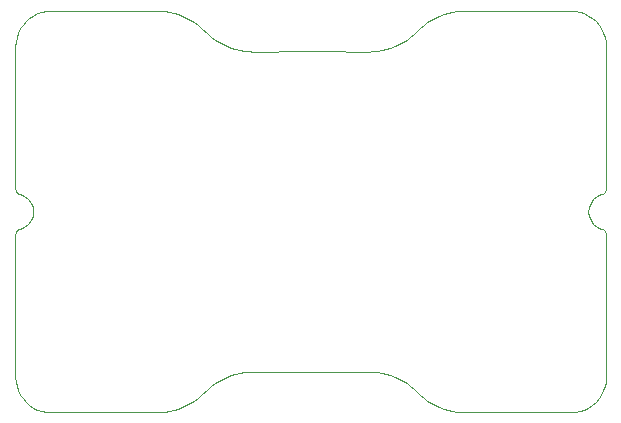
<source format=gm1>
%TF.GenerationSoftware,KiCad,Pcbnew,7.0.1*%
%TF.CreationDate,2024-01-24T12:52:34+01:00*%
%TF.ProjectId,PX-CORE,50582d43-4f52-4452-9e6b-696361645f70,rev?*%
%TF.SameCoordinates,PX675d18cPY8cbe71c*%
%TF.FileFunction,Profile,NP*%
%FSLAX46Y46*%
G04 Gerber Fmt 4.6, Leading zero omitted, Abs format (unit mm)*
G04 Created by KiCad (PCBNEW 7.0.1) date 2024-01-24 12:52:34*
%MOMM*%
%LPD*%
G01*
G04 APERTURE LIST*
%TA.AperFunction,Profile*%
%ADD10C,0.100000*%
%TD*%
G04 APERTURE END LIST*
D10*
X49934066Y15575600D02*
X49955345Y15522600D01*
X32218Y15575600D02*
X10939Y15522600D01*
X19343411Y30906800D02*
X19723885Y30868959D01*
X49104461Y1187751D02*
X49363202Y1482783D01*
X31737759Y31169395D02*
X31372192Y31057344D01*
X12242400Y34296436D02*
X11462365Y34312231D01*
X36594094Y510093D02*
X36966262Y422434D01*
X15706014Y32846120D02*
X15412091Y33090666D01*
X49750353Y18828386D02*
X49796037Y18862656D01*
X35187216Y33518944D02*
X35523551Y33700805D01*
X1043804Y18369730D02*
X733143Y18608109D01*
X16863626Y31850127D02*
X17187217Y31646446D01*
X17871164Y3312800D02*
X18228528Y3448747D01*
X1483141Y33907148D02*
X1835094Y34080710D01*
X13000022Y34195706D02*
X12622880Y34258594D01*
X40152365Y34312231D02*
X38802365Y34292231D01*
X18594093Y3560791D02*
X18966264Y3648450D01*
X46983144Y34309071D02*
X47374724Y34283406D01*
X13372191Y34108049D02*
X13000022Y34195706D01*
X17187215Y2971692D02*
X17523551Y3153550D01*
X32095126Y31305335D02*
X31737759Y31169395D01*
X49233146Y18608107D02*
X49594915Y18757956D01*
X48131191Y537430D02*
X48483143Y710994D01*
X10112365Y34312231D02*
X2983141Y34309070D01*
X265078Y15818845D02*
X215933Y15789756D01*
X32218Y19042543D02*
X10942Y19095541D01*
X861820Y33430390D02*
X1156857Y33689126D01*
X13372194Y510093D02*
X13000025Y422434D01*
X18228525Y31169390D02*
X18594094Y31057347D01*
X34863625Y33315269D02*
X35187216Y33518944D01*
X32779069Y2971691D02*
X32442737Y3153550D01*
X49874901Y15673100D02*
X49907145Y15625967D01*
X128567Y15716445D02*
X91383Y15673102D01*
X10939Y15522600D02*
X-4443Y15467603D01*
X49981586Y19235395D02*
X49983143Y31309068D01*
X385064Y32809071D02*
X603082Y33135355D01*
X-19820Y20557410D02*
X-16857Y31309070D01*
X12622880Y34258594D02*
X12242400Y34296436D01*
X37343405Y359547D02*
X37723883Y321701D01*
X-13745Y19206879D02*
X-16857Y19263910D01*
X34554194Y33090669D02*
X34863625Y33315269D01*
X385065Y1809069D02*
X603084Y1482788D01*
X1282183Y18059069D02*
X1043804Y18369730D01*
X17187217Y31646446D02*
X17523548Y31464588D01*
X16260276Y2298868D02*
X15706011Y1772018D01*
X48684105Y18059072D02*
X48922481Y18369733D01*
X1282180Y16559072D02*
X1432035Y16920843D01*
X49983139Y14309071D02*
X49983142Y15354232D01*
X32442737Y3153550D02*
X32095125Y3312802D01*
X-16861Y3309070D02*
X8807Y2917491D01*
X37723882Y34296436D02*
X38802365Y34292231D01*
X35871158Y33860052D02*
X36228528Y33996001D01*
X2983144Y309068D02*
X11860263Y309070D01*
X49754781Y32457117D02*
X49880920Y32085526D01*
X34863624Y1302865D02*
X35187211Y1099193D01*
X49907145Y15625967D02*
X49934066Y15575600D01*
X1835094Y34080710D02*
X2206684Y34206847D01*
X35871158Y758086D02*
X36228527Y622138D01*
X49594915Y15860182D02*
X49233139Y16010030D01*
X85366Y2532612D02*
X211504Y2161018D01*
X47759600Y34206848D02*
X48131192Y34080707D01*
X2591565Y334735D02*
X2983144Y309068D01*
X32442740Y31464591D02*
X32095126Y31305335D01*
X34260270Y32846121D02*
X34554194Y33090669D01*
X18228528Y3448747D02*
X18594093Y3560791D01*
X49594915Y15860182D02*
X49649189Y15842413D01*
X14779069Y33518946D02*
X14442738Y33700802D01*
X49957476Y2917490D02*
X49983142Y3309071D01*
X49701208Y15818847D02*
X49750349Y15789752D01*
X30242403Y30868954D02*
X29860260Y30856321D01*
X8807Y2917491D02*
X85366Y2532612D01*
X15412093Y1527473D02*
X15102661Y1302871D01*
X49874903Y18945042D02*
X49907143Y18992173D01*
X215933Y15789756D02*
X170250Y15755486D01*
X34260270Y32846121D02*
X33706013Y32319271D01*
X1483141Y710992D02*
X1835095Y537430D01*
X1835095Y537430D02*
X2206684Y411291D01*
X-4443Y15467603D02*
X-13743Y15411256D01*
X15102663Y33315268D02*
X14779069Y33518946D01*
X30242402Y3749181D02*
X29860258Y3761818D01*
X48922481Y18369733D02*
X49233146Y18608107D01*
X170250Y15755486D02*
X128567Y15716445D01*
X19343409Y3711344D02*
X19723885Y3749185D01*
X49980027Y15411256D02*
X49983142Y15354232D01*
X38106024Y309067D02*
X46983142Y309071D01*
X48534254Y17697299D02*
X48684105Y18059072D01*
X59139Y18992173D02*
X32218Y19042543D01*
X16863630Y2768014D02*
X17187215Y2971692D01*
X-16861Y3309070D02*
X-16857Y14309066D01*
X30622877Y3711341D02*
X30242402Y3749181D01*
X49955344Y19095538D02*
X49970727Y19150535D01*
X49233139Y16010030D02*
X48922485Y16248409D01*
X32779070Y31646447D02*
X32442740Y31464591D01*
X47374721Y334732D02*
X47759602Y411292D01*
X215931Y18828388D02*
X170250Y18862654D01*
X211504Y2161018D02*
X385065Y1809069D01*
X48922485Y16248409D02*
X48684104Y16559071D01*
X31737756Y3448745D02*
X31372191Y3560793D01*
X26080181Y30867414D02*
X29860260Y30856321D01*
X11462365Y34312231D02*
X10112365Y34312231D01*
X13000025Y422434D02*
X12622878Y359546D01*
X16554193Y32074726D02*
X16863626Y31850127D01*
X48483143Y710994D02*
X48809427Y929010D01*
X36966262Y422434D02*
X37343405Y359547D01*
X49363202Y1482783D02*
X49581217Y1809068D01*
X49837716Y15716445D02*
X49874901Y15673100D01*
X37723883Y321701D02*
X38106024Y309067D01*
X17523551Y3153550D02*
X17871164Y3312800D01*
X49363202Y33135356D02*
X49581219Y32809070D01*
X31000023Y30969684D02*
X30622876Y30906799D01*
X16260273Y32319272D02*
X15706014Y32846120D01*
X2591563Y34283405D02*
X2983141Y34309070D01*
X14442737Y917336D02*
X14095128Y758083D01*
X19723885Y30868959D02*
X20106028Y30856319D01*
X15102661Y1302871D02*
X14779073Y1099197D01*
X1432035Y16920843D02*
X1483144Y17309068D01*
X33412088Y32074725D02*
X33102659Y31850121D01*
X128570Y18901696D02*
X91385Y18945039D01*
X13737761Y622142D02*
X13372194Y510093D01*
X49594915Y18757956D02*
X49649191Y18775726D01*
X47374724Y34283406D02*
X47759600Y34206848D01*
X49907143Y18992173D02*
X49934066Y19042537D01*
X31372192Y31057344D02*
X31000023Y30969684D01*
X49649189Y15842413D02*
X49701208Y15818847D01*
X30622876Y30906799D02*
X30242403Y30868954D01*
X33102659Y31850121D02*
X32779070Y31646447D01*
X34260272Y1772020D02*
X34554195Y1527475D01*
X2206684Y34206847D02*
X2591563Y34283405D01*
X49754784Y2161019D02*
X49880920Y2532614D01*
X32095125Y3312802D02*
X31737756Y3448745D01*
X49581217Y1809068D02*
X49754784Y2161019D01*
X-13743Y15411256D02*
X-16859Y15354230D01*
X603084Y1482788D02*
X861824Y1187749D01*
X47759602Y411292D02*
X48131191Y537430D01*
X36594093Y34108048D02*
X36966260Y34195704D01*
X49970728Y15467600D02*
X49980027Y15411256D01*
X16260276Y2298868D02*
X16554195Y2543417D01*
X49970727Y19150535D02*
X49981586Y19235395D01*
X35187211Y1099193D02*
X35523548Y917334D01*
X34554195Y1527475D02*
X34863624Y1302865D01*
X48684104Y16559071D02*
X48534254Y16920841D01*
X-19820Y20557410D02*
X-16857Y19263910D01*
X-16857Y31309070D02*
X8808Y31700644D01*
X18594094Y31057347D02*
X18966262Y30969689D01*
X2206684Y411291D02*
X2591565Y334735D01*
X49701211Y18799294D02*
X49750353Y18828386D01*
X46983144Y34309071D02*
X40152365Y34312231D01*
X15706011Y1772018D02*
X15412093Y1527473D01*
X49983142Y3309071D02*
X49983139Y14309071D01*
X49104463Y33430387D02*
X49363202Y33135356D01*
X48483141Y17309069D02*
X48534254Y17697299D01*
X26080181Y30867414D02*
X24338406Y30873376D01*
X85367Y32085526D02*
X211507Y32457122D01*
X49750349Y15789752D02*
X49796036Y15755486D01*
X16260273Y32319272D02*
X16554193Y32074726D01*
X49837718Y18901693D02*
X49874903Y18945042D01*
X48131192Y34080707D02*
X48483143Y33907149D01*
X48483143Y33907149D02*
X48809423Y33689128D01*
X170250Y18862654D02*
X128570Y18901696D01*
X371370Y18757957D02*
X317098Y18775724D01*
X49880920Y2532614D02*
X49957476Y2917490D01*
X14442738Y33700802D02*
X14095129Y33860056D01*
X17523548Y31464588D02*
X17871159Y31305341D01*
X18966264Y3648450D02*
X19343409Y3711344D01*
X-16859Y15354230D02*
X-16857Y14309066D01*
X12622878Y359546D02*
X12242404Y321699D01*
X49796036Y15755486D02*
X49837716Y15716445D01*
X211507Y32457122D02*
X385064Y32809071D01*
X265079Y18799295D02*
X215931Y18828388D01*
X17871159Y31305341D02*
X18228525Y31169390D01*
X33102655Y2768017D02*
X32779069Y2971691D01*
X16554195Y2543417D02*
X16863630Y2768014D01*
X35523551Y33700805D02*
X35871158Y33860052D01*
X19723885Y3749185D02*
X20106026Y3761816D01*
X371374Y15860181D02*
X317096Y15842410D01*
X1156858Y929009D02*
X1483141Y710992D01*
X31000023Y3648453D02*
X30622877Y3711341D01*
X13737757Y33996004D02*
X13372191Y34108049D01*
X861824Y1187749D02*
X1156858Y929009D01*
X49957477Y31700648D02*
X49983143Y31309068D01*
X603082Y33135355D02*
X861820Y33430390D01*
X317098Y18775724D02*
X265079Y18799295D01*
X49649191Y18775726D02*
X49701211Y18799294D01*
X1432032Y17697301D02*
X1282183Y18059069D01*
X33706013Y32319271D02*
X33412088Y32074725D01*
X14095128Y758083D02*
X13737761Y622142D01*
X91385Y18945039D02*
X59139Y18992173D01*
X35523548Y917334D02*
X35871158Y758086D01*
X37343406Y34258592D02*
X37723882Y34296436D01*
X18966262Y30969689D02*
X19343411Y30906800D01*
X48534254Y16920841D02*
X48483141Y17309069D01*
X59139Y15625963D02*
X32218Y15575600D01*
X371374Y15860181D02*
X733145Y16010033D01*
X733143Y18608109D02*
X371370Y18757957D01*
X49955345Y15522600D02*
X49970728Y15467600D01*
X34260272Y1772020D02*
X33706010Y2298865D01*
X33412089Y2543414D02*
X33102655Y2768017D01*
X48809427Y929010D02*
X49104461Y1187751D01*
X317096Y15842410D02*
X265078Y15818845D01*
X8808Y31700644D02*
X85367Y32085526D01*
X46983142Y309071D02*
X47374721Y334732D01*
X31372191Y3560793D02*
X31000023Y3648453D01*
X14779073Y1099197D02*
X14442737Y917336D01*
X91383Y15673102D02*
X59139Y15625963D01*
X1483144Y17309068D02*
X1432032Y17697301D01*
X48809423Y33689128D02*
X49104463Y33430387D01*
X36228528Y33996001D02*
X36594093Y34108048D01*
X1043801Y16248415D02*
X1282180Y16559072D01*
X49581219Y32809070D02*
X49754781Y32457117D01*
X20106028Y30856319D02*
X24338406Y30873376D01*
X49796037Y18862656D02*
X49837718Y18901693D01*
X14095129Y33860056D02*
X13737757Y33996004D01*
X10942Y19095541D02*
X-4440Y19150539D01*
X1156857Y33689126D02*
X1483141Y33907148D01*
X49934066Y19042537D02*
X49955344Y19095538D01*
X33706010Y2298865D02*
X33412089Y2543414D01*
X-4440Y19150539D02*
X-13745Y19206879D01*
X36966260Y34195704D02*
X37343406Y34258592D01*
X49880920Y32085526D02*
X49957477Y31700648D01*
X36228527Y622138D02*
X36594094Y510093D01*
X29860258Y3761818D02*
X20106026Y3761816D01*
X12242404Y321699D02*
X11860263Y309070D01*
X733145Y16010033D02*
X1043801Y16248415D01*
X15412091Y33090666D02*
X15102663Y33315268D01*
M02*

</source>
